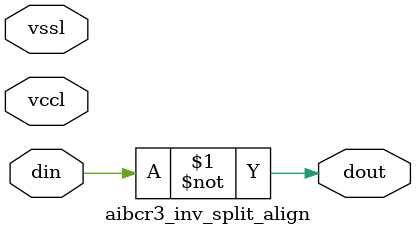
<source format=v>



module aibcr3_inv_split_align ( din, dout, vccl, vssl );

  input din;
  output dout;
  input vssl;
  input vccl;


  assign dout = ~din ;

endmodule



</source>
